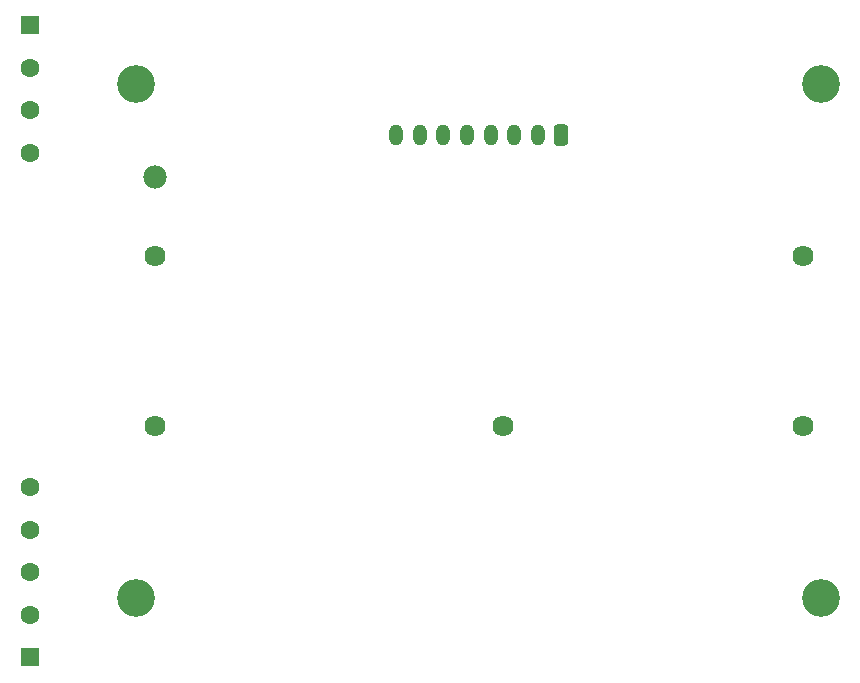
<source format=gbr>
%TF.GenerationSoftware,KiCad,Pcbnew,5.99.0-unknown-36d11f745e~142~ubuntu20.04.1*%
%TF.CreationDate,2021-10-28T09:48:46+02:00*%
%TF.ProjectId,Main_PCB_1,4d61696e-5f50-4434-925f-312e6b696361,rev?*%
%TF.SameCoordinates,Original*%
%TF.FileFunction,Soldermask,Bot*%
%TF.FilePolarity,Negative*%
%FSLAX46Y46*%
G04 Gerber Fmt 4.6, Leading zero omitted, Abs format (unit mm)*
G04 Created by KiCad (PCBNEW 5.99.0-unknown-36d11f745e~142~ubuntu20.04.1) date 2021-10-28 09:48:47*
%MOMM*%
%LPD*%
G01*
G04 APERTURE LIST*
G04 Aperture macros list*
%AMRoundRect*
0 Rectangle with rounded corners*
0 $1 Rounding radius*
0 $2 $3 $4 $5 $6 $7 $8 $9 X,Y pos of 4 corners*
0 Add a 4 corners polygon primitive as box body*
4,1,4,$2,$3,$4,$5,$6,$7,$8,$9,$2,$3,0*
0 Add four circle primitives for the rounded corners*
1,1,$1+$1,$2,$3*
1,1,$1+$1,$4,$5*
1,1,$1+$1,$6,$7*
1,1,$1+$1,$8,$9*
0 Add four rect primitives between the rounded corners*
20,1,$1+$1,$2,$3,$4,$5,0*
20,1,$1+$1,$4,$5,$6,$7,0*
20,1,$1+$1,$6,$7,$8,$9,0*
20,1,$1+$1,$8,$9,$2,$3,0*%
G04 Aperture macros list end*
%ADD10RoundRect,0.250000X0.550000X-0.550000X0.550000X0.550000X-0.550000X0.550000X-0.550000X-0.550000X0*%
%ADD11C,1.600000*%
%ADD12C,3.200000*%
%ADD13C,1.980000*%
%ADD14C,1.785000*%
%ADD15RoundRect,0.250000X-0.550000X0.550000X-0.550000X-0.550000X0.550000X-0.550000X0.550000X0.550000X0*%
%ADD16RoundRect,0.250000X0.350000X0.650000X-0.350000X0.650000X-0.350000X-0.650000X0.350000X-0.650000X0*%
%ADD17O,1.200000X1.800000*%
G04 APERTURE END LIST*
D10*
%TO.C,REF\u002A\u002A*%
X169500000Y-124750000D03*
D11*
X169500000Y-121150000D03*
X169500000Y-117550000D03*
X169500000Y-113950000D03*
X169500000Y-110350000D03*
%TD*%
D12*
%TO.C,REF5*%
X178500000Y-76250000D03*
%TD*%
%TO.C,REF8*%
X236500000Y-119750000D03*
%TD*%
%TO.C,REF6*%
X178500000Y-119750000D03*
%TD*%
D13*
%TO.C,U3*%
X180070000Y-84060000D03*
D14*
X180070000Y-90790000D03*
X180070000Y-105210000D03*
X234930000Y-105210000D03*
X209530000Y-105210000D03*
X234930000Y-90790000D03*
%TD*%
D12*
%TO.C,REF7*%
X236500000Y-76250000D03*
%TD*%
D15*
%TO.C,REF\u002A\u002A*%
X169500000Y-71250000D03*
D11*
X169500000Y-74850000D03*
X169500000Y-78450000D03*
X169500000Y-82050000D03*
%TD*%
D16*
%TO.C,J6*%
X214500000Y-80532500D03*
D17*
X212500000Y-80532500D03*
X210500000Y-80532500D03*
X208500000Y-80532500D03*
X206500000Y-80532500D03*
X204500000Y-80532500D03*
X202500000Y-80532500D03*
X200500000Y-80532500D03*
%TD*%
M02*

</source>
